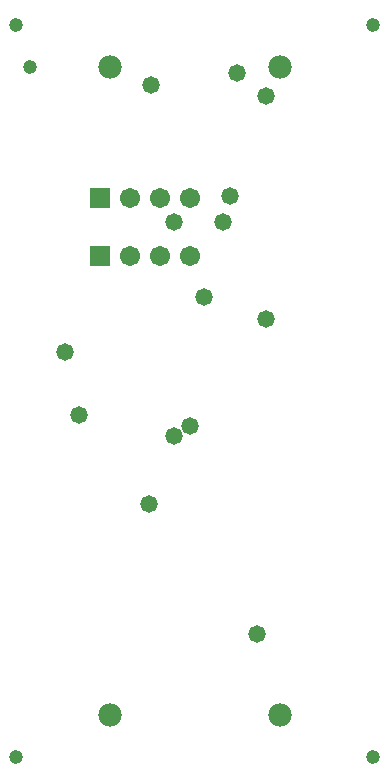
<source format=gbs>
G04*
G04 #@! TF.GenerationSoftware,Altium Limited,Altium Designer,21.1.0 (24)*
G04*
G04 Layer_Color=16711935*
%FSLAX44Y44*%
%MOMM*%
G71*
G04*
G04 #@! TF.SameCoordinates,0D715D1A-8308-42F1-A0E9-906EAE5A06CC*
G04*
G04*
G04 #@! TF.FilePolarity,Negative*
G04*
G01*
G75*
%ADD21C,1.1932*%
%ADD22C,1.9882*%
%ADD23C,1.7032*%
%ADD24R,1.7032X1.7032*%
%ADD25C,1.4732*%
D21*
X58420Y10160D02*
D03*
X360680D02*
D03*
Y629920D02*
D03*
X58420D02*
D03*
X70284Y594378D02*
D03*
D22*
X137584D02*
D03*
X281784D02*
D03*
Y45777D02*
D03*
X137584D02*
D03*
D23*
X205740Y434340D02*
D03*
X180340D02*
D03*
X154940D02*
D03*
X205740Y483870D02*
D03*
X180340D02*
D03*
X154940D02*
D03*
D24*
X129540Y434340D02*
D03*
X129540Y483870D02*
D03*
D25*
X269501Y381174D02*
D03*
X111760Y299720D02*
D03*
X233179Y463386D02*
D03*
X239123Y485505D02*
D03*
X191606Y463386D02*
D03*
X170401Y224989D02*
D03*
X245454Y589116D02*
D03*
X99404Y353404D02*
D03*
X269501Y570001D02*
D03*
X262250Y114867D02*
D03*
X217006Y399886D02*
D03*
X191606Y282538D02*
D03*
X205830Y290412D02*
D03*
X172048Y579210D02*
D03*
M02*

</source>
